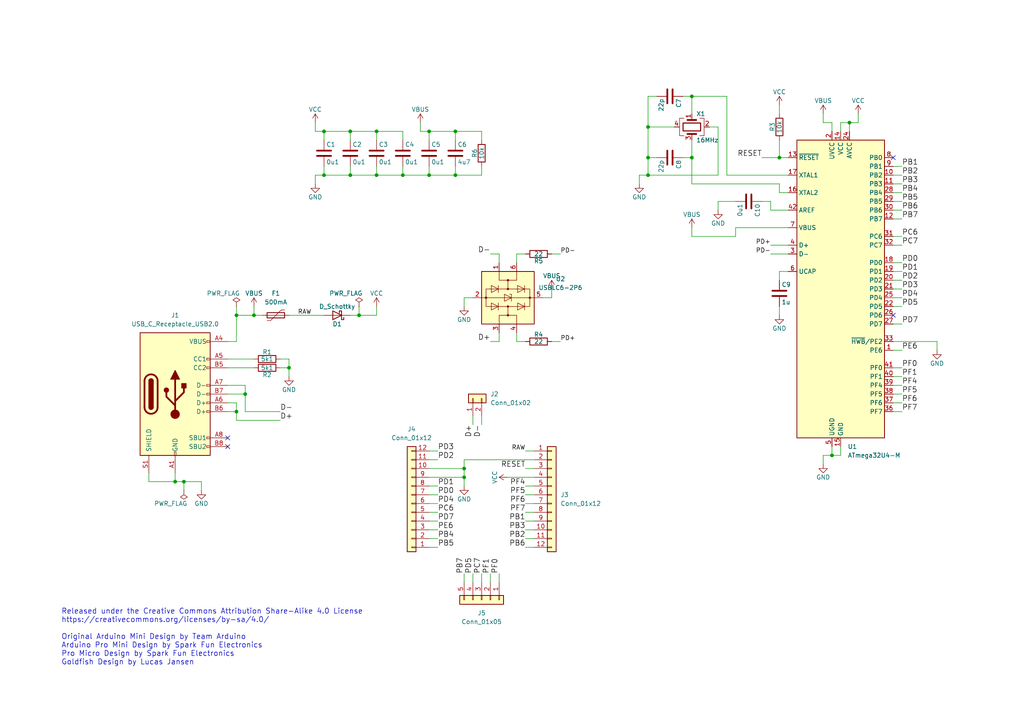
<source format=kicad_sch>
(kicad_sch (version 20211123) (generator eeschema)
  (paper "A4")
  (title_block (title "Goldfish v2") (date "2022-05-24") (rev "0"))
  (lib_symbols
    (symbol "Connector:USB_C_Receptacle_USB2.0" (pin_names (offset 1.016))
      (property "Reference" "J" (at -10.16 19.05 0))
      (property "Value" "USB_C_Receptacle_USB2.0" (at 19.05 19.05 0))
      (symbol "USB_C_Receptacle_USB2.0_0_0"
        (rectangle (start -0.254 -17.78) (end 0.254 -16.764))
        (rectangle (start 10.16 -14.986) (end 9.144 -15.494))
        (rectangle (start 10.16 -12.446) (end 9.144 -12.954))
        (rectangle (start 10.16 -4.826) (end 9.144 -5.334))
        (rectangle (start 10.16 -2.286) (end 9.144 -2.794))
        (rectangle (start 10.16 0.254) (end 9.144 -0.254))
        (rectangle (start 10.16 2.794) (end 9.144 2.286))
        (rectangle (start 10.16 7.874) (end 9.144 7.366))
        (rectangle (start 10.16 10.414) (end 9.144 9.906))
        (rectangle (start 10.16 15.494) (end 9.144 14.986))
      )
      (symbol "USB_C_Receptacle_USB2.0_0_1"
        (rectangle (start -10.16 17.78) (end 10.16 -17.78) (stroke (width 0.254)) (fill (type background)))
        (arc (start -8.89 -3.81) (mid -6.985 -5.715) (end -5.08 -3.81) (stroke (width 0.508)))
        (arc (start -7.62 -3.81) (mid -6.985 -4.445) (end -6.35 -3.81) (stroke (width 0.254)))
        (arc (start -7.62 -3.81) (mid -6.985 -4.445) (end -6.35 -3.81) (stroke (width 0.254)) (fill (type outline)))
        (rectangle (start -7.62 -3.81) (end -6.35 3.81) (stroke (width 0.254)) (fill (type outline)))
        (arc (start -6.35 3.81) (mid -6.985 4.445) (end -7.62 3.81) (stroke (width 0.254)))
        (arc (start -6.35 3.81) (mid -6.985 4.445) (end -7.62 3.81) (stroke (width 0.254)) (fill (type outline)))
        (arc (start -5.08 3.81) (mid -6.985 5.715) (end -8.89 3.81) (stroke (width 0.508)))
        (circle (center -2.54 1.143) (radius 0.635) (stroke (width 0.254)) (fill (type outline)))
        (circle (center 0 -5.842) (radius 1.27) (fill (type outline)))
        (polyline (pts (xy -8.89 -3.81) (xy -8.89 3.81)) (stroke (width 0.508)))
        (polyline (pts (xy -5.08 3.81) (xy -5.08 -3.81)) (stroke (width 0.508)))
        (polyline (pts (xy 0 -5.842) (xy 0 4.318)) (stroke (width 0.508)))
        (polyline (pts (xy 0 -3.302) (xy -2.54 -0.762) (xy -2.54 0.508)) (stroke (width 0.508)))
        (polyline (pts (xy 0 -2.032) (xy 2.54 0.508) (xy 2.54 1.778)) (stroke (width 0.508)))
        (polyline (pts (xy -1.27 4.318) (xy 0 6.858) (xy 1.27 4.318) (xy -1.27 4.318)) (stroke (width 0.254)) (fill (type outline)))
        (rectangle (start 1.905 1.778) (end 3.175 3.048) (stroke (width 0.254)) (fill (type outline)))
      )
      (symbol "USB_C_Receptacle_USB2.0_1_1"
        (pin passive line (at 0 -22.86 90) (length 5.08) (name "GND") (number "A1"))
        (pin passive line (at 0 -22.86 90) (length 5.08) hide (name "GND") (number "A12"))
        (pin passive line (at 15.24 15.24 180) (length 5.08) (name "VBUS") (number "A4"))
        (pin bidirectional line (at 15.24 10.16 180) (length 5.08) (name "CC1") (number "A5"))
        (pin bidirectional line (at 15.24 -2.54 180) (length 5.08) (name "D+") (number "A6"))
        (pin bidirectional line (at 15.24 2.54 180) (length 5.08) (name "D-") (number "A7"))
        (pin bidirectional line (at 15.24 -12.7 180) (length 5.08) (name "SBU1") (number "A8"))
        (pin passive line (at 15.24 15.24 180) (length 5.08) hide (name "VBUS") (number "A9"))
        (pin passive line (at 0 -22.86 90) (length 5.08) hide (name "GND") (number "B1"))
        (pin passive line (at 0 -22.86 90) (length 5.08) hide (name "GND") (number "B12"))
        (pin passive line (at 15.24 15.24 180) (length 5.08) hide (name "VBUS") (number "B4"))
        (pin bidirectional line (at 15.24 7.62 180) (length 5.08) (name "CC2") (number "B5"))
        (pin bidirectional line (at 15.24 -5.08 180) (length 5.08) (name "D+") (number "B6"))
        (pin bidirectional line (at 15.24 0 180) (length 5.08) (name "D-") (number "B7"))
        (pin bidirectional line (at 15.24 -15.24 180) (length 5.08) (name "SBU2") (number "B8"))
        (pin passive line (at 15.24 15.24 180) (length 5.08) hide (name "VBUS") (number "B9"))
        (pin passive line (at -7.62 -22.86 90) (length 5.08) (name "SHIELD") (number "S1"))
      )
    )
    (symbol "Connector_Generic:Conn_01x02" (pin_names (offset 1.016) hide)
      (property "Reference" "J" (at 0 2.54 0))
      (property "Value" "Conn_01x02" (at 0 -5.08 0))
      (symbol "Conn_01x02_1_1"
        (rectangle (start -1.27 -2.413) (end 0 -2.667) (stroke (width 0.1524)))
        (rectangle (start -1.27 0.127) (end 0 -0.127) (stroke (width 0.1524)))
        (rectangle (start -1.27 1.27) (end 1.27 -3.81) (stroke (width 0.254)) (fill (type background)))
        (pin passive line (at -5.08 0 0) (length 3.81) (name "Pin_1") (number "1"))
        (pin passive line (at -5.08 -2.54 0) (length 3.81) (name "Pin_2") (number "2"))
      )
    )
    (symbol "Connector_Generic:Conn_01x05" (pin_names (offset 1.016) hide)
      (property "Reference" "J" (at 0 7.62 0))
      (property "Value" "Conn_01x05" (at 0 -7.62 0))
      (symbol "Conn_01x05_1_1"
        (rectangle (start -1.27 -4.953) (end 0 -5.207) (stroke (width 0.1524)))
        (rectangle (start -1.27 -2.413) (end 0 -2.667) (stroke (width 0.1524)))
        (rectangle (start -1.27 0.127) (end 0 -0.127) (stroke (width 0.1524)))
        (rectangle (start -1.27 2.667) (end 0 2.413) (stroke (width 0.1524)))
        (rectangle (start -1.27 5.207) (end 0 4.953) (stroke (width 0.1524)))
        (rectangle (start -1.27 6.35) (end 1.27 -6.35) (stroke (width 0.254)) (fill (type background)))
        (pin passive line (at -5.08 5.08 0) (length 3.81) (name "Pin_1") (number "1"))
        (pin passive line (at -5.08 2.54 0) (length 3.81) (name "Pin_2") (number "2"))
        (pin passive line (at -5.08 0 0) (length 3.81) (name "Pin_3") (number "3"))
        (pin passive line (at -5.08 -2.54 0) (length 3.81) (name "Pin_4") (number "4"))
        (pin passive line (at -5.08 -5.08 0) (length 3.81) (name "Pin_5") (number "5"))
      )
    )
    (symbol "Connector_Generic:Conn_01x12" (pin_names (offset 1.016) hide)
      (property "Reference" "J" (at 0 15.24 0))
      (property "Value" "Conn_01x12" (at 0 -17.78 0))
      (symbol "Conn_01x12_1_1"
        (rectangle (start -1.27 -15.113) (end 0 -15.367) (stroke (width 0.1524)))
        (rectangle (start -1.27 -12.573) (end 0 -12.827) (stroke (width 0.1524)))
        (rectangle (start -1.27 -10.033) (end 0 -10.287) (stroke (width 0.1524)))
        (rectangle (start -1.27 -7.493) (end 0 -7.747) (stroke (width 0.1524)))
        (rectangle (start -1.27 -4.953) (end 0 -5.207) (stroke (width 0.1524)))
        (rectangle (start -1.27 -2.413) (end 0 -2.667) (stroke (width 0.1524)))
        (rectangle (start -1.27 0.127) (end 0 -0.127) (stroke (width 0.1524)))
        (rectangle (start -1.27 2.667) (end 0 2.413) (stroke (width 0.1524)))
        (rectangle (start -1.27 5.207) (end 0 4.953) (stroke (width 0.1524)))
        (rectangle (start -1.27 7.747) (end 0 7.493) (stroke (width 0.1524)))
        (rectangle (start -1.27 10.287) (end 0 10.033) (stroke (width 0.1524)))
        (rectangle (start -1.27 12.827) (end 0 12.573) (stroke (width 0.1524)))
        (rectangle (start -1.27 13.97) (end 1.27 -16.51) (stroke (width 0.254)) (fill (type background)))
        (pin passive line (at -5.08 12.7 0) (length 3.81) (name "Pin_1") (number "1"))
        (pin passive line (at -5.08 -10.16 0) (length 3.81) (name "Pin_10") (number "10"))
        (pin passive line (at -5.08 -12.7 0) (length 3.81) (name "Pin_11") (number "11"))
        (pin passive line (at -5.08 -15.24 0) (length 3.81) (name "Pin_12") (number "12"))
        (pin passive line (at -5.08 10.16 0) (length 3.81) (name "Pin_2") (number "2"))
        (pin passive line (at -5.08 7.62 0) (length 3.81) (name "Pin_3") (number "3"))
        (pin passive line (at -5.08 5.08 0) (length 3.81) (name "Pin_4") (number "4"))
        (pin passive line (at -5.08 2.54 0) (length 3.81) (name "Pin_5") (number "5"))
        (pin passive line (at -5.08 0 0) (length 3.81) (name "Pin_6") (number "6"))
        (pin passive line (at -5.08 -2.54 0) (length 3.81) (name "Pin_7") (number "7"))
        (pin passive line (at -5.08 -5.08 0) (length 3.81) (name "Pin_8") (number "8"))
        (pin passive line (at -5.08 -7.62 0) (length 3.81) (name "Pin_9") (number "9"))
      )
    )
    (symbol "Device:C" (pin_numbers hide) (pin_names (offset 0.254))
      (property "Reference" "C" (at 0.635 2.54 0))
      (property "Value" "C" (at 0.635 -2.54 0))
      (symbol "C_0_1"
        (polyline (pts (xy -2.032 -0.762) (xy 2.032 -0.762)) (stroke (width 0.508)))
        (polyline (pts (xy -2.032 0.762) (xy 2.032 0.762)) (stroke (width 0.508)))
      )
      (symbol "C_1_1"
        (pin passive line (at 0 3.81 270) (length 2.794) (name "~") (number "1"))
        (pin passive line (at 0 -3.81 90) (length 2.794) (name "~") (number "2"))
      )
    )
    (symbol "Device:Crystal_GND24" (pin_names (offset 1.016) hide)
      (property "Reference" "Y" (at 3.175 5.08 0))
      (property "Value" "Crystal_GND24" (at 3.175 3.175 0))
      (symbol "Crystal_GND24_0_1"
        (rectangle (start -1.143 2.54) (end 1.143 -2.54) (stroke (width 0.3048)))
        (polyline (pts (xy -2.54 0) (xy -2.032 0)))
        (polyline (pts (xy -2.032 -1.27) (xy -2.032 1.27)) (stroke (width 0.508)))
        (polyline (pts (xy 0 -3.81) (xy 0 -3.556)))
        (polyline (pts (xy 0 3.556) (xy 0 3.81)))
        (polyline (pts (xy 2.032 -1.27) (xy 2.032 1.27)) (stroke (width 0.508)))
        (polyline (pts (xy 2.032 0) (xy 2.54 0)))
        (polyline (pts (xy -2.54 -2.286) (xy -2.54 -3.556) (xy 2.54 -3.556) (xy 2.54 -2.286)))
        (polyline (pts (xy -2.54 2.286) (xy -2.54 3.556) (xy 2.54 3.556) (xy 2.54 2.286)))
      )
      (symbol "Crystal_GND24_1_1"
        (pin passive line (at -3.81 0 0) (length 1.27) (name "1") (number "1"))
        (pin passive line (at 0 5.08 270) (length 1.27) (name "2") (number "2"))
        (pin passive line (at 3.81 0 180) (length 1.27) (name "3") (number "3"))
        (pin passive line (at 0 -5.08 90) (length 1.27) (name "4") (number "4"))
      )
    )
    (symbol "Device:D_Schottky" (pin_numbers hide) (pin_names (offset 1.016) hide)
      (property "Reference" "D" (at 0 2.54 0))
      (property "Value" "D_Schottky" (at 0 -2.54 0))
      (symbol "D_Schottky_0_1"
        (polyline (pts (xy 1.27 0) (xy -1.27 0)))
        (polyline (pts (xy 1.27 1.27) (xy 1.27 -1.27) (xy -1.27 0) (xy 1.27 1.27)) (stroke (width 0.254)))
        (polyline (pts (xy -1.905 0.635) (xy -1.905 1.27) (xy -1.27 1.27) (xy -1.27 -1.27) (xy -0.635 -1.27) (xy -0.635 -0.635)) (stroke (width 0.254)))
      )
      (symbol "D_Schottky_1_1"
        (pin passive line (at -3.81 0 0) (length 2.54) (name "K") (number "1"))
        (pin passive line (at 3.81 0 180) (length 2.54) (name "A") (number "2"))
      )
    )
    (symbol "Device:Polyfuse" (pin_numbers hide) (pin_names (offset 0))
      (property "Reference" "F" (at -2.54 0 90))
      (property "Value" "Polyfuse" (at 2.54 0 90))
      (symbol "Polyfuse_0_1"
        (rectangle (start -0.762 2.54) (end 0.762 -2.54) (stroke (width 0.254)))
        (polyline (pts (xy 0 2.54) (xy 0 -2.54)))
        (polyline (pts (xy -1.524 2.54) (xy -1.524 1.524) (xy 1.524 -1.524) (xy 1.524 -2.54)))
      )
      (symbol "Polyfuse_1_1"
        (pin passive line (at 0 3.81 270) (length 1.27) (name "~") (number "1"))
        (pin passive line (at 0 -3.81 90) (length 1.27) (name "~") (number "2"))
      )
    )
    (symbol "Device:R" (pin_numbers hide) (pin_names (offset 0))
      (property "Reference" "R" (at 2.032 0 90))
      (property "Value" "R" (at 0 0 90))
      (symbol "R_0_1"
        (rectangle (start -1.016 -2.54) (end 1.016 2.54) (stroke (width 0.254)))
      )
      (symbol "R_1_1"
        (pin passive line (at 0 3.81 270) (length 1.27) (name "~") (number "1"))
        (pin passive line (at 0 -3.81 90) (length 1.27) (name "~") (number "2"))
      )
    )
    (symbol "MCU_Microchip_ATmega:ATmega32U4-M"
      (property "Reference" "U" (at -12.7 44.45 0))
      (property "Value" "ATmega32U4-M" (at 2.54 -44.45 0))
      (symbol "ATmega32U4-M_0_1"
        (rectangle (start -12.7 -43.18) (end 12.7 43.18) (stroke (width 0.254)) (fill (type background)))
      )
      (symbol "ATmega32U4-M_1_1"
        (pin bidirectional line (at 15.24 -17.78 180) (length 2.54) (name "PE6") (number "1"))
        (pin bidirectional line (at 15.24 33.02 180) (length 2.54) (name "PB2") (number "10"))
        (pin bidirectional line (at 15.24 30.48 180) (length 2.54) (name "PB3") (number "11"))
        (pin bidirectional line (at 15.24 20.32 180) (length 2.54) (name "PB7") (number "12"))
        (pin input line (at -15.24 38.1 0) (length 2.54) (name "~{RESET}") (number "13"))
        (pin power_in line (at 0 45.72 270) (length 2.54) (name "VCC") (number "14"))
        (pin power_in line (at 0 -45.72 90) (length 2.54) (name "GND") (number "15"))
        (pin output line (at -15.24 27.94 0) (length 2.54) (name "XTAL2") (number "16"))
        (pin input line (at -15.24 33.02 0) (length 2.54) (name "XTAL1") (number "17"))
        (pin bidirectional line (at 15.24 7.62 180) (length 2.54) (name "PD0") (number "18"))
        (pin bidirectional line (at 15.24 5.08 180) (length 2.54) (name "PD1") (number "19"))
        (pin power_in line (at -2.54 45.72 270) (length 2.54) (name "UVCC") (number "2"))
        (pin bidirectional line (at 15.24 2.54 180) (length 2.54) (name "PD2") (number "20"))
        (pin bidirectional line (at 15.24 0 180) (length 2.54) (name "PD3") (number "21"))
        (pin bidirectional line (at 15.24 -5.08 180) (length 2.54) (name "PD5") (number "22"))
        (pin passive line (at 0 -45.72 90) (length 2.54) hide (name "GND") (number "23"))
        (pin power_in line (at 2.54 45.72 270) (length 2.54) (name "AVCC") (number "24"))
        (pin bidirectional line (at 15.24 -2.54 180) (length 2.54) (name "PD4") (number "25"))
        (pin bidirectional line (at 15.24 -7.62 180) (length 2.54) (name "PD6") (number "26"))
        (pin bidirectional line (at 15.24 -10.16 180) (length 2.54) (name "PD7") (number "27"))
        (pin bidirectional line (at 15.24 27.94 180) (length 2.54) (name "PB4") (number "28"))
        (pin bidirectional line (at 15.24 25.4 180) (length 2.54) (name "PB5") (number "29"))
        (pin bidirectional line (at -15.24 10.16 0) (length 2.54) (name "D-") (number "3"))
        (pin bidirectional line (at 15.24 22.86 180) (length 2.54) (name "PB6") (number "30"))
        (pin bidirectional line (at 15.24 15.24 180) (length 2.54) (name "PC6") (number "31"))
        (pin bidirectional line (at 15.24 12.7 180) (length 2.54) (name "PC7") (number "32"))
        (pin bidirectional line (at 15.24 -15.24 180) (length 2.54) (name "~{HWB}/PE2") (number "33"))
        (pin passive line (at 0 45.72 270) (length 2.54) hide (name "VCC") (number "34"))
        (pin passive line (at 0 -45.72 90) (length 2.54) hide (name "GND") (number "35"))
        (pin bidirectional line (at 15.24 -35.56 180) (length 2.54) (name "PF7") (number "36"))
        (pin bidirectional line (at 15.24 -33.02 180) (length 2.54) (name "PF6") (number "37"))
        (pin bidirectional line (at 15.24 -30.48 180) (length 2.54) (name "PF5") (number "38"))
        (pin bidirectional line (at 15.24 -27.94 180) (length 2.54) (name "PF4") (number "39"))
        (pin bidirectional line (at -15.24 12.7 0) (length 2.54) (name "D+") (number "4"))
        (pin bidirectional line (at 15.24 -25.4 180) (length 2.54) (name "PF1") (number "40"))
        (pin bidirectional line (at 15.24 -22.86 180) (length 2.54) (name "PF0") (number "41"))
        (pin passive line (at -15.24 22.86 0) (length 2.54) (name "AREF") (number "42"))
        (pin passive line (at 0 -45.72 90) (length 2.54) hide (name "GND") (number "43"))
        (pin passive line (at 2.54 45.72 270) (length 2.54) hide (name "AVCC") (number "44"))
        (pin passive line (at 0 -45.72 90) (length 2.54) hide (name "GND") (number "45"))
        (pin passive line (at -2.54 -45.72 90) (length 2.54) (name "UGND") (number "5"))
        (pin passive line (at -15.24 5.08 0) (length 2.54) (name "UCAP") (number "6"))
        (pin input line (at -15.24 17.78 0) (length 2.54) (name "VBUS") (number "7"))
        (pin bidirectional line (at 15.24 38.1 180) (length 2.54) (name "PB0") (number "8"))
        (pin bidirectional line (at 15.24 35.56 180) (length 2.54) (name "PB1") (number "9"))
      )
    )
    (symbol "Power_Protection:USBLC6-2P6" (pin_names hide)
      (property "Reference" "U" (at 2.54 8.89 0))
      (property "Value" "USBLC6-2P6" (at 2.54 -8.89 0))
      (symbol "USBLC6-2P6_0_1"
        (rectangle (start -7.62 -7.62) (end 7.62 7.62) (stroke (width 0.254)) (fill (type background)))
        (circle (center -5.08 0) (radius 0.254) (fill (type outline)))
        (circle (center -2.54 0) (radius 0.254) (fill (type outline)))
        (rectangle (start -2.54 6.35) (end 2.54 -6.35))
        (circle (center 0 -6.35) (radius 0.254) (fill (type outline)))
        (polyline (pts (xy -5.08 -2.54) (xy -7.62 -2.54)))
        (polyline (pts (xy -5.08 0) (xy -5.08 -2.54)))
        (polyline (pts (xy -5.08 2.54) (xy -7.62 2.54)))
        (polyline (pts (xy -1.524 -2.794) (xy -3.556 -2.794)))
        (polyline (pts (xy -1.524 4.826) (xy -3.556 4.826)))
        (polyline (pts (xy 0 -7.62) (xy 0 -6.35)))
        (polyline (pts (xy 0 -6.35) (xy 0 1.27)))
        (polyline (pts (xy 0 1.27) (xy 0 6.35)))
        (polyline (pts (xy 0 6.35) (xy 0 7.62)))
        (polyline (pts (xy 1.524 -2.794) (xy 3.556 -2.794)))
        (polyline (pts (xy 1.524 4.826) (xy 3.556 4.826)))
        (polyline (pts (xy 5.08 -2.54) (xy 7.62 -2.54)))
        (polyline (pts (xy 5.08 0) (xy 5.08 -2.54)))
        (polyline (pts (xy 5.08 2.54) (xy 7.62 2.54)))
        (polyline (pts (xy -2.54 0) (xy -5.08 0) (xy -5.08 2.54)))
        (polyline (pts (xy 2.54 0) (xy 5.08 0) (xy 5.08 2.54)))
        (polyline (pts (xy -3.556 -4.826) (xy -1.524 -4.826) (xy -2.54 -2.794) (xy -3.556 -4.826)))
        (polyline (pts (xy -3.556 2.794) (xy -1.524 2.794) (xy -2.54 4.826) (xy -3.556 2.794)))
        (polyline (pts (xy -1.016 -1.016) (xy 1.016 -1.016) (xy 0 1.016) (xy -1.016 -1.016)))
        (polyline (pts (xy 1.016 1.016) (xy 0.762 1.016) (xy -1.016 1.016) (xy -1.016 0.508)))
        (polyline (pts (xy 3.556 -4.826) (xy 1.524 -4.826) (xy 2.54 -2.794) (xy 3.556 -4.826)))
        (polyline (pts (xy 3.556 2.794) (xy 1.524 2.794) (xy 2.54 4.826) (xy 3.556 2.794)))
        (circle (center 0 6.35) (radius 0.254) (fill (type outline)))
        (circle (center 2.54 0) (radius 0.254) (fill (type outline)))
        (circle (center 5.08 0) (radius 0.254) (fill (type outline)))
      )
      (symbol "USBLC6-2P6_1_1"
        (pin passive line (at -10.16 -2.54 0) (length 2.54) (name "I/O1") (number "1"))
        (pin passive line (at 0 -10.16 90) (length 2.54) (name "GND") (number "2"))
        (pin passive line (at 10.16 -2.54 180) (length 2.54) (name "I/O2") (number "3"))
        (pin passive line (at 10.16 2.54 180) (length 2.54) (name "I/O2") (number "4"))
        (pin passive line (at 0 10.16 270) (length 2.54) (name "VBUS") (number "5"))
        (pin passive line (at -10.16 2.54 0) (length 2.54) (name "I/O1") (number "6"))
      )
    )
    (symbol "power:GND" (power) (pin_names (offset 0))
      (property "Value" "GND" (at 0 -3.81 0))
      (symbol "GND_0_1"
        (polyline (pts (xy 0 0) (xy 0 -1.27) (xy 1.27 -1.27) (xy 0 -2.54) (xy -1.27 -1.27) (xy 0 -1.27)))
      )
      (symbol "GND_1_1"
        (pin power_in line (at 0 0 270) (length 0) hide (name "GND") (number "1"))
      )
    )
    (symbol "power:PWR_FLAG" (power) (pin_numbers hide) (pin_names (offset 0) hide)
      (property "Value" "PWR_FLAG" (at 0 3.81 0))
      (symbol "PWR_FLAG_0_0"
        (pin power_out line (at 0 0 90) (length 0) (name "pwr") (number "1"))
      )
      (symbol "PWR_FLAG_0_1"
        (polyline (pts (xy 0 0) (xy 0 1.27) (xy -1.016 1.905) (xy 0 2.54) (xy 1.016 1.905) (xy 0 1.27)))
      )
    )
    (symbol "power:VBUS" (power) (pin_names (offset 0))
      (property "Value" "VBUS" (at 0 3.81 0))
      (symbol "VBUS_0_1"
        (polyline (pts (xy -0.762 1.27) (xy 0 2.54)))
        (polyline (pts (xy 0 0) (xy 0 2.54)))
        (polyline (pts (xy 0 2.54) (xy 0.762 1.27)))
      )
      (symbol "VBUS_1_1"
        (pin power_in line (at 0 0 90) (length 0) hide (name "VBUS") (number "1"))
      )
    )
    (symbol "power:VCC" (power) (pin_names (offset 0))
      (property "Value" "VCC" (at 0 3.81 0))
      (symbol "VCC_0_1"
        (polyline (pts (xy -0.762 1.27) (xy 0 2.54)))
        (polyline (pts (xy 0 0) (xy 0 2.54)))
        (polyline (pts (xy 0 2.54) (xy 0.762 1.27)))
      )
      (symbol "VCC_1_1"
        (pin power_in line (at 0 0 90) (length 0) hide (name "VCC") (number "1"))
      )
    )
  )
  (junction (at 101.6 38.1))
  (junction (at 134.62 135.89))
  (junction (at 187.96 45.72))
  (junction (at 246.38 35.56))
  (junction (at 68.58 91.44))
  (junction (at 109.22 38.1))
  (junction (at 53.34 139.7))
  (junction (at 109.22 50.8))
  (junction (at 104.14 91.44))
  (junction (at 200.66 45.72))
  (junction (at 73.66 91.44))
  (junction (at 132.08 38.1))
  (junction (at 83.82 106.68))
  (junction (at 241.3 132.08))
  (junction (at 71.12 114.3))
  (junction (at 134.62 138.43))
  (junction (at 93.98 50.8))
  (junction (at 68.58 119.38))
  (junction (at 132.08 50.8))
  (junction (at 124.46 38.1))
  (junction (at 200.66 27.94))
  (junction (at 187.96 36.83))
  (junction (at 226.06 45.72))
  (junction (at 50.8 139.7))
  (junction (at 187.96 50.8))
  (junction (at 101.6 50.8))
  (junction (at 124.46 50.8))
  (junction (at 93.98 38.1))
  (junction (at 116.84 50.8))
  (no_connect (at 259.08 45.72))
  (no_connect (at 66.04 127))
  (no_connect (at 259.08 91.44))
  (no_connect (at 66.04 129.54))
  (wire (pts (xy 139.7 40.64) (xy 139.7 38.1)))
  (wire (pts (xy 139.7 166.37) (xy 139.7 168.91)))
  (wire (pts (xy 243.84 35.56) (xy 243.84 38.1)))
  (wire (pts (xy 124.46 50.8) (xy 132.08 50.8)))
  (wire (pts (xy 139.7 50.8) (xy 132.08 50.8)))
  (wire (pts (xy 259.08 55.88) (xy 261.62 55.88)))
  (wire (pts (xy 238.76 134.62) (xy 238.76 132.08)))
  (wire (pts (xy 187.96 50.8) (xy 208.28 50.8)))
  (wire (pts (xy 152.4 151.13) (xy 154.94 151.13)))
  (wire (pts (xy 73.66 91.44) (xy 76.2 91.44)))
  (wire (pts (xy 81.28 106.68) (xy 83.82 106.68)))
  (wire (pts (xy 71.12 114.3) (xy 66.04 114.3)))
  (wire (pts (xy 101.6 50.8) (xy 101.6 48.26)))
  (wire (pts (xy 187.96 45.72) (xy 190.5 45.72)))
  (wire (pts (xy 226.06 33.02) (xy 226.06 30.48)))
  (wire (pts (xy 144.78 166.37) (xy 144.78 168.91)))
  (wire (pts (xy 259.08 78.74) (xy 261.62 78.74)))
  (wire (pts (xy 200.66 45.72) (xy 200.66 53.34)))
  (wire (pts (xy 134.62 133.35) (xy 134.62 135.89)))
  (wire (pts (xy 109.22 38.1) (xy 109.22 40.64)))
  (wire (pts (xy 226.06 55.88) (xy 228.6 55.88)))
  (wire (pts (xy 226.06 88.9) (xy 226.06 91.44)))
  (wire (pts (xy 259.08 50.8) (xy 261.62 50.8)))
  (wire (pts (xy 208.28 50.8) (xy 208.28 36.83)))
  (wire (pts (xy 124.46 158.75) (xy 127 158.75)))
  (wire (pts (xy 68.58 99.06) (xy 66.04 99.06)))
  (wire (pts (xy 71.12 119.38) (xy 81.28 119.38)))
  (wire (pts (xy 66.04 111.76) (xy 71.12 111.76)))
  (wire (pts (xy 149.86 76.2) (xy 149.86 73.66)))
  (wire (pts (xy 241.3 38.1) (xy 241.3 35.56)))
  (wire (pts (xy 200.66 66.04) (xy 200.66 68.58)))
  (wire (pts (xy 185.42 50.8) (xy 187.96 50.8)))
  (wire (pts (xy 259.08 106.68) (xy 261.62 106.68)))
  (wire (pts (xy 208.28 58.42) (xy 208.28 60.96)))
  (wire (pts (xy 134.62 168.91) (xy 134.62 166.37)))
  (wire (pts (xy 198.12 45.72) (xy 200.66 45.72)))
  (wire (pts (xy 259.08 53.34) (xy 261.62 53.34)))
  (wire (pts (xy 124.46 156.21) (xy 127 156.21)))
  (wire (pts (xy 68.58 116.84) (xy 68.58 119.38)))
  (wire (pts (xy 50.8 139.7) (xy 50.8 137.16)))
  (wire (pts (xy 66.04 119.38) (xy 68.58 119.38)))
  (wire (pts (xy 43.18 137.16) (xy 43.18 139.7)))
  (wire (pts (xy 139.7 120.65) (xy 139.7 123.19)))
  (wire (pts (xy 241.3 132.08) (xy 243.84 132.08)))
  (wire (pts (xy 259.08 58.42) (xy 261.62 58.42)))
  (wire (pts (xy 116.84 50.8) (xy 124.46 50.8)))
  (wire (pts (xy 83.82 104.14) (xy 81.28 104.14)))
  (wire (pts (xy 226.06 45.72) (xy 228.6 45.72)))
  (wire (pts (xy 71.12 114.3) (xy 71.12 119.38)))
  (wire (pts (xy 71.12 111.76) (xy 71.12 114.3)))
  (wire (pts (xy 109.22 50.8) (xy 109.22 48.26)))
  (wire (pts (xy 271.78 99.06) (xy 271.78 101.6)))
  (wire (pts (xy 68.58 121.92) (xy 81.28 121.92)))
  (wire (pts (xy 259.08 111.76) (xy 261.62 111.76)))
  (wire (pts (xy 208.28 58.42) (xy 213.36 58.42)))
  (wire (pts (xy 246.38 35.56) (xy 246.38 38.1)))
  (wire (pts (xy 259.08 71.12) (xy 261.62 71.12)))
  (wire (pts (xy 238.76 35.56) (xy 238.76 33.02)))
  (wire (pts (xy 243.84 132.08) (xy 243.84 129.54)))
  (wire (pts (xy 152.4 158.75) (xy 154.94 158.75)))
  (wire (pts (xy 142.24 73.66) (xy 144.78 73.66)))
  (wire (pts (xy 68.58 119.38) (xy 68.58 121.92)))
  (wire (pts (xy 259.08 68.58) (xy 261.62 68.58)))
  (wire (pts (xy 93.98 48.26) (xy 93.98 50.8)))
  (wire (pts (xy 50.8 139.7) (xy 53.34 139.7)))
  (wire (pts (xy 210.82 27.94) (xy 200.66 27.94)))
  (wire (pts (xy 124.46 40.64) (xy 124.46 38.1)))
  (wire (pts (xy 152.4 140.97) (xy 154.94 140.97)))
  (wire (pts (xy 124.46 143.51) (xy 127 143.51)))
  (wire (pts (xy 259.08 101.6) (xy 261.62 101.6)))
  (wire (pts (xy 241.3 132.08) (xy 241.3 129.54)))
  (wire (pts (xy 91.44 50.8) (xy 93.98 50.8)))
  (wire (pts (xy 101.6 38.1) (xy 101.6 40.64)))
  (wire (pts (xy 195.58 36.83) (xy 187.96 36.83)))
  (wire (pts (xy 66.04 106.68) (xy 73.66 106.68)))
  (wire (pts (xy 53.34 139.7) (xy 53.34 142.24)))
  (wire (pts (xy 83.82 104.14) (xy 83.82 106.68)))
  (wire (pts (xy 93.98 50.8) (xy 101.6 50.8)))
  (wire (pts (xy 259.08 116.84) (xy 261.62 116.84)))
  (wire (pts (xy 134.62 133.35) (xy 154.94 133.35)))
  (wire (pts (xy 200.66 27.94) (xy 200.66 33.02)))
  (wire (pts (xy 259.08 48.26) (xy 261.62 48.26)))
  (wire (pts (xy 238.76 132.08) (xy 241.3 132.08)))
  (wire (pts (xy 259.08 60.96) (xy 261.62 60.96)))
  (wire (pts (xy 137.16 168.91) (xy 137.16 166.37)))
  (wire (pts (xy 210.82 27.94) (xy 210.82 50.8)))
  (wire (pts (xy 160.02 83.82) (xy 160.02 86.36)))
  (wire (pts (xy 259.08 88.9) (xy 261.62 88.9)))
  (wire (pts (xy 259.08 76.2) (xy 261.62 76.2)))
  (wire (pts (xy 152.4 153.67) (xy 154.94 153.67)))
  (wire (pts (xy 144.78 99.06) (xy 144.78 96.52)))
  (wire (pts (xy 223.52 60.96) (xy 228.6 60.96)))
  (wire (pts (xy 116.84 50.8) (xy 116.84 48.26)))
  (wire (pts (xy 223.52 60.96) (xy 223.52 58.42)))
  (wire (pts (xy 109.22 38.1) (xy 116.84 38.1)))
  (wire (pts (xy 226.06 40.64) (xy 226.06 45.72)))
  (wire (pts (xy 228.6 71.12) (xy 223.52 71.12)))
  (wire (pts (xy 68.58 91.44) (xy 73.66 91.44)))
  (wire (pts (xy 200.66 40.64) (xy 200.66 45.72)))
  (wire (pts (xy 91.44 50.8) (xy 91.44 53.34)))
  (wire (pts (xy 139.7 38.1) (xy 132.08 38.1)))
  (wire (pts (xy 121.92 38.1) (xy 124.46 38.1)))
  (wire (pts (xy 228.6 66.04) (xy 213.36 66.04)))
  (wire (pts (xy 124.46 133.35) (xy 127 133.35)))
  (wire (pts (xy 149.86 73.66) (xy 152.4 73.66)))
  (wire (pts (xy 142.24 99.06) (xy 144.78 99.06)))
  (wire (pts (xy 187.96 27.94) (xy 187.96 36.83)))
  (wire (pts (xy 132.08 50.8) (xy 132.08 48.26)))
  (wire (pts (xy 144.78 73.66) (xy 144.78 76.2)))
  (wire (pts (xy 259.08 119.38) (xy 261.62 119.38)))
  (wire (pts (xy 58.42 139.7) (xy 58.42 142.24)))
  (wire (pts (xy 124.46 38.1) (xy 132.08 38.1)))
  (wire (pts (xy 124.46 151.13) (xy 127 151.13)))
  (wire (pts (xy 134.62 138.43) (xy 124.46 138.43)))
  (wire (pts (xy 104.14 88.9) (xy 104.14 91.44)))
  (wire (pts (xy 83.82 106.68) (xy 83.82 109.22)))
  (wire (pts (xy 124.46 153.67) (xy 127 153.67)))
  (wire (pts (xy 152.4 148.59) (xy 154.94 148.59)))
  (wire (pts (xy 259.08 93.98) (xy 261.62 93.98)))
  (wire (pts (xy 160.02 73.66) (xy 162.56 73.66)))
  (wire (pts (xy 124.46 146.05) (xy 127 146.05)))
  (wire (pts (xy 101.6 38.1) (xy 109.22 38.1)))
  (wire (pts (xy 187.96 45.72) (xy 187.96 50.8)))
  (wire (pts (xy 53.34 139.7) (xy 58.42 139.7)))
  (wire (pts (xy 68.58 91.44) (xy 68.58 99.06)))
  (wire (pts (xy 152.4 156.21) (xy 154.94 156.21)))
  (wire (pts (xy 93.98 38.1) (xy 93.98 40.64)))
  (wire (pts (xy 208.28 36.83) (xy 205.74 36.83)))
  (wire (pts (xy 137.16 120.65) (xy 137.16 123.19)))
  (wire (pts (xy 213.36 66.04) (xy 213.36 68.58)))
  (wire (pts (xy 134.62 135.89) (xy 134.62 138.43)))
  (wire (pts (xy 243.84 35.56) (xy 246.38 35.56)))
  (wire (pts (xy 124.46 135.89) (xy 134.62 135.89)))
  (wire (pts (xy 190.5 27.94) (xy 187.96 27.94)))
  (wire (pts (xy 259.08 83.82) (xy 261.62 83.82)))
  (wire (pts (xy 124.46 50.8) (xy 124.46 48.26)))
  (wire (pts (xy 246.38 35.56) (xy 248.92 35.56)))
  (wire (pts (xy 226.06 78.74) (xy 228.6 78.74)))
  (wire (pts (xy 91.44 38.1) (xy 93.98 38.1)))
  (wire (pts (xy 121.92 38.1) (xy 121.92 35.56)))
  (wire (pts (xy 104.14 91.44) (xy 109.22 91.44)))
  (wire (pts (xy 228.6 73.66) (xy 223.52 73.66)))
  (wire (pts (xy 259.08 99.06) (xy 271.78 99.06)))
  (wire (pts (xy 152.4 135.89) (xy 154.94 135.89)))
  (wire (pts (xy 259.08 63.5) (xy 261.62 63.5)))
  (wire (pts (xy 152.4 143.51) (xy 154.94 143.51)))
  (wire (pts (xy 101.6 91.44) (xy 104.14 91.44)))
  (wire (pts (xy 187.96 36.83) (xy 187.96 45.72)))
  (wire (pts (xy 66.04 116.84) (xy 68.58 116.84)))
  (wire (pts (xy 73.66 91.44) (xy 73.66 88.9)))
  (wire (pts (xy 43.18 139.7) (xy 50.8 139.7)))
  (wire (pts (xy 149.86 99.06) (xy 152.4 99.06)))
  (wire (pts (xy 91.44 38.1) (xy 91.44 35.56)))
  (wire (pts (xy 152.4 130.81) (xy 154.94 130.81)))
  (wire (pts (xy 93.98 38.1) (xy 101.6 38.1)))
  (wire (pts (xy 185.42 50.8) (xy 185.42 53.34)))
  (wire (pts (xy 142.24 168.91) (xy 142.24 166.37)))
  (wire (pts (xy 259.08 109.22) (xy 261.62 109.22)))
  (wire (pts (xy 241.3 35.56) (xy 238.76 35.56)))
  (wire (pts (xy 157.48 86.36) (xy 160.02 86.36)))
  (wire (pts (xy 160.02 99.06) (xy 162.56 99.06)))
  (wire (pts (xy 134.62 86.36) (xy 134.62 88.9)))
  (wire (pts (xy 248.92 35.56) (xy 248.92 33.02)))
  (wire (pts (xy 124.46 148.59) (xy 127 148.59)))
  (wire (pts (xy 109.22 91.44) (xy 109.22 88.9)))
  (wire (pts (xy 66.04 104.14) (xy 73.66 104.14)))
  (wire (pts (xy 83.82 91.44) (xy 93.98 91.44)))
  (wire (pts (xy 259.08 81.28) (xy 261.62 81.28)))
  (wire (pts (xy 220.98 45.72) (xy 226.06 45.72)))
  (wire (pts (xy 147.32 138.43) (xy 154.94 138.43)))
  (wire (pts (xy 223.52 58.42) (xy 220.98 58.42)))
  (wire (pts (xy 68.58 88.9) (xy 68.58 91.44)))
  (wire (pts (xy 198.12 27.94) (xy 200.66 27.94)))
  (wire (pts (xy 226.06 78.74) (xy 226.06 81.28)))
  (wire (pts (xy 139.7 48.26) (xy 139.7 50.8)))
  (wire (pts (xy 116.84 38.1) (xy 116.84 40.64)))
  (wire (pts (xy 149.86 96.52) (xy 149.86 99.06)))
  (wire (pts (xy 109.22 50.8) (xy 116.84 50.8)))
  (wire (pts (xy 134.62 138.43) (xy 134.62 140.97)))
  (wire (pts (xy 226.06 53.34) (xy 226.06 55.88)))
  (wire (pts (xy 137.16 86.36) (xy 134.62 86.36)))
  (wire (pts (xy 259.08 114.3) (xy 261.62 114.3)))
  (wire (pts (xy 124.46 130.81) (xy 127 130.81)))
  (wire (pts (xy 200.66 53.34) (xy 226.06 53.34)))
  (wire (pts (xy 152.4 146.05) (xy 154.94 146.05)))
  (wire (pts (xy 124.46 140.97) (xy 127 140.97)))
  (wire (pts (xy 213.36 68.58) (xy 200.66 68.58)))
  (wire (pts (xy 210.82 50.8) (xy 228.6 50.8)))
  (wire (pts (xy 101.6 50.8) (xy 109.22 50.8)))
  (wire (pts (xy 259.08 86.36) (xy 261.62 86.36)))
  (wire (pts (xy 132.08 38.1) (xy 132.08 40.64)))
  (text "Released under the Creative Commons Attribution Share-Alike 4.0 License\nhttps://creativecommons.org/licenses/by-sa/4.0/\n\nOriginal Arduino Mini Design by Team Arduino\nArduino Pro Mini Design by Spark Fun Electronics\nPro Micro Design by Spark Fun Electronics\nGoldfish Design by Lucas Jansen" (at 17.78 193.04 0) (effects (font (size 1.524 1.524)) (justify left bottom)))
  (label "PB1" (at 152.4 151.13 180) (effects (font (size 1.524 1.524))))
  (label "PC7" (at 261.62 71.12 0) (effects (font (size 1.524 1.524))))
  (label "RAW" (at 152.4 130.81 180))
  (label "PB4" (at 127 156.21 0) (effects (font (size 1.524 1.524))))
  (label "PD5" (at 137.16 166.37 90) (effects (font (size 1.524 1.524))))
  (label "PD7" (at 261.62 93.98 0) (effects (font (size 1.524 1.524))))
  (label "PB3" (at 152.4 153.67 180) (effects (font (size 1.524 1.524))))
  (label "PD4" (at 261.62 86.36 0) (effects (font (size 1.524 1.524))))
  (label "D-" (at 142.24 73.66 180) (effects (font (size 1.524 1.524))))
  (label "PB6" (at 152.4 158.75 180) (effects (font (size 1.524 1.524))))
  (label "PB1" (at 261.62 48.26 0) (effects (font (size 1.524 1.524))))
  (label "PC7" (at 139.7 166.37 90) (effects (font (size 1.524 1.524))))
  (label "PB4" (at 261.62 55.88 0) (effects (font (size 1.524 1.524))))
  (label "PD+" (at 223.52 71.12 180))
  (label "PD5" (at 261.62 88.9 0) (effects (font (size 1.524 1.524))))
  (label "PB5" (at 127 158.75 0) (effects (font (size 1.524 1.524))))
  (label "PF7" (at 261.62 119.38 0) (effects (font (size 1.524 1.524))))
  (label "PD0" (at 127 143.51 0) (effects (font (size 1.524 1.524))))
  (label "PF5" (at 152.4 143.51 180) (effects (font (size 1.524 1.524))))
  (label "RESET" (at 152.4 135.89 180) (effects (font (size 1.524 1.524))))
  (label "PD3" (at 261.62 83.82 0) (effects (font (size 1.524 1.524))))
  (label "PF0" (at 144.78 166.37 90) (effects (font (size 1.524 1.524))))
  (label "PD3" (at 127 130.81 0) (effects (font (size 1.524 1.524))))
  (label "PF0" (at 261.62 106.68 0) (effects (font (size 1.524 1.524))))
  (label "D-" (at 139.7 123.19 270) (effects (font (size 1.524 1.524))))
  (label "PC6" (at 127 148.59 0) (effects (font (size 1.524 1.524))))
  (label "PE6" (at 127 153.67 0) (effects (font (size 1.524 1.524))))
  (label "PD-" (at 223.52 73.66 180))
  (label "RESET" (at 220.98 45.72 180) (effects (font (size 1.524 1.524))))
  (label "D-" (at 81.28 119.38 0) (effects (font (size 1.524 1.524))))
  (label "PB7" (at 134.62 166.37 90) (effects (font (size 1.524 1.524))))
  (label "PF6" (at 152.4 146.05 180) (effects (font (size 1.524 1.524))))
  (label "PB7" (at 261.62 63.5 0) (effects (font (size 1.524 1.524))))
  (label "D+" (at 137.16 123.19 270) (effects (font (size 1.524 1.524))))
  (label "PB5" (at 261.62 58.42 0) (effects (font (size 1.524 1.524))))
  (label "PE6" (at 261.62 101.6 0) (effects (font (size 1.524 1.524))))
  (label "PD7" (at 127 151.13 0) (effects (font (size 1.524 1.524))))
  (label "PF7" (at 152.4 148.59 180) (effects (font (size 1.524 1.524))))
  (label "PD2" (at 261.62 81.28 0) (effects (font (size 1.524 1.524))))
  (label "PD1" (at 127 140.97 0) (effects (font (size 1.524 1.524))))
  (label "PB3" (at 261.62 53.34 0) (effects (font (size 1.524 1.524))))
  (label "PC6" (at 261.62 68.58 0) (effects (font (size 1.524 1.524))))
  (label "PD-" (at 162.56 73.66 0))
  (label "PF1" (at 142.24 166.37 90) (effects (font (size 1.524 1.524))))
  (label "PF4" (at 152.4 140.97 180) (effects (font (size 1.524 1.524))))
  (label "PD+" (at 162.56 99.06 0))
  (label "PD0" (at 261.62 76.2 0) (effects (font (size 1.524 1.524))))
  (label "PD1" (at 261.62 78.74 0) (effects (font (size 1.524 1.524))))
  (label "RAW" (at 86.36 91.44 0))
  (label "PB2" (at 261.62 50.8 0) (effects (font (size 1.524 1.524))))
  (label "PF5" (at 261.62 114.3 0) (effects (font (size 1.524 1.524))))
  (label "PD4" (at 127 146.05 0) (effects (font (size 1.524 1.524))))
  (label "PF4" (at 261.62 111.76 0) (effects (font (size 1.524 1.524))))
  (label "PD2" (at 127 133.35 0) (effects (font (size 1.524 1.524))))
  (label "D+" (at 142.24 99.06 180) (effects (font (size 1.524 1.524))))
  (label "PB6" (at 261.62 60.96 0) (effects (font (size 1.524 1.524))))
  (label "PF6" (at 261.62 116.84 0) (effects (font (size 1.524 1.524))))
  (label "PF1" (at 261.62 109.22 0) (effects (font (size 1.524 1.524))))
  (label "PB2" (at 152.4 156.21 180) (effects (font (size 1.524 1.524))))
  (label "D+" (at 81.28 121.92 0) (effects (font (size 1.524 1.524))))
  (symbol (lib_id "power:GND") (at 134.62 140.97 0) (unit 1)
    (property "Reference" "#PWR0119" (effects hide))
    (property "Value" "GND" (at 134.62 144.78 0))
  )
  (symbol (lib_id "power:PWR_FLAG") (at 104.14 88.9 0) (unit 1)
    (property "Reference" "#FLG0102" (effects hide))
    (property "Value" "PWR_FLAG" (at 100.33 85.09 0))
  )
  (symbol (lib_id "Device:C") (at 194.31 27.94 270) (unit 1)
    (property "Reference" "C7" (at 196.85 28.575 0) (effects (justify left)))
    (property "Value" "22p" (at 191.77 28.575 0) (effects (justify left)))
    (property "Footprint" "Capacitor_SMD:C_0603_1608Metric" (effects hide))
  )
  (symbol (lib_id "MCU_Microchip_ATmega:ATmega32U4-M") (at 243.84 83.82 0) (unit 1)
    (property "Reference" "U1" (at 245.8594 129.54 0) (effects (justify left)))
    (property "Value" "ATmega32U4-M" (at 245.8594 132.08 0) (effects (justify left)))
    (property "Footprint" "Package_DFN_QFN:QFN-44-1EP_7x7mm_P0.5mm_EP5.2x5.2mm" (effects hide))
    (property "Datasheet" "http://ww1.microchip.com/downloads/en/DeviceDoc/Atmel-7766-8-bit-AVR-ATmega16U4-32U4_Datasheet.pdf" (effects hide))
  )
  (symbol (lib_id "power:PWR_FLAG") (at 53.34 142.24 180) (unit 1)
    (property "Reference" "#FLG0101" (effects hide))
    (property "Value" "PWR_FLAG" (at 49.53 146.05 0))
  )
  (symbol (lib_id "power:VBUS") (at 73.66 88.9 0) (unit 1)
    (property "Reference" "#PWR0107" (effects hide))
    (property "Value" "VBUS" (at 73.66 85.09 0))
  )
  (symbol (lib_id "power:VCC") (at 226.06 30.48 0) (unit 1)
    (property "Reference" "#PWR0115" (effects hide))
    (property "Value" "VCC" (at 226.06 26.67 0))
  )
  (symbol (lib_id "power:GND") (at 91.44 53.34 0) (unit 1)
    (property "Reference" "#PWR0104" (effects hide))
    (property "Value" "GND" (at 91.44 57.15 0))
  )
  (symbol (lib_id "power:VCC") (at 248.92 33.02 0) (unit 1)
    (property "Reference" "#PWR0114" (effects hide))
    (property "Value" "VCC" (at 248.92 29.21 0))
  )
  (symbol (lib_id "power:PWR_FLAG") (at 68.58 88.9 0) (unit 1)
    (property "Reference" "#FLG0103" (effects hide))
    (property "Value" "PWR_FLAG" (at 64.77 85.09 0))
  )
  (symbol (lib_id "power:GND") (at 208.28 60.96 0) (unit 1)
    (property "Reference" "#PWR0111" (effects hide))
    (property "Value" "GND" (at 208.28 64.77 0))
  )
  (symbol (lib_id "Device:C") (at 93.98 44.45 0) (unit 1)
    (property "Reference" "C1" (at 94.615 41.91 0) (effects (justify left)))
    (property "Value" "0u1" (at 94.615 46.99 0) (effects (justify left)))
    (property "Footprint" "Capacitor_SMD:C_0603_1608Metric" (effects hide))
  )
  (symbol (lib_id "power:VBUS") (at 200.66 66.04 0) (unit 1)
    (property "Reference" "#PWR0112" (effects hide))
    (property "Value" "VBUS" (at 200.66 62.23 0))
  )
  (symbol (lib_id "Connector_Generic:Conn_01x12") (at 119.38 146.05 180) (unit 1)
    (property "Reference" "J4" (at 119.38 124.46 0))
    (property "Value" "Conn_01x12" (at 119.38 127 0))
    (property "Footprint" "Goldfish Pins:Pins_x12_Castellated" (effects hide))
  )
  (symbol (lib_id "Device:R") (at 77.47 106.68 270) (unit 1)
    (property "Reference" "R2" (at 77.47 108.712 90))
    (property "Value" "5k1" (at 77.47 106.68 90))
    (property "Footprint" "Resistor_SMD:R_0603_1608Metric" (effects hide))
  )
  (symbol (lib_id "Device:C") (at 124.46 44.45 0) (unit 1)
    (property "Reference" "C5" (at 125.095 41.91 0) (effects (justify left)))
    (property "Value" "0u1" (at 125.095 46.99 0) (effects (justify left)))
    (property "Footprint" "Capacitor_SMD:C_0603_1608Metric" (effects hide))
  )
  (symbol (lib_id "Device:R") (at 139.7 44.45 180) (unit 1)
    (property "Reference" "R6" (at 137.668 44.45 90))
    (property "Value" "10k" (at 139.7 44.45 90))
    (property "Footprint" "Resistor_SMD:R_0603_1608Metric" (effects hide))
  )
  (symbol (lib_id "Device:C") (at 217.17 58.42 270) (unit 1)
    (property "Reference" "C10" (at 219.71 59.055 0) (effects (justify left)))
    (property "Value" "0u1" (at 214.63 59.055 0) (effects (justify left)))
    (property "Footprint" "Capacitor_SMD:C_0603_1608Metric" (effects hide))
  )
  (symbol (lib_id "Connector:USB_C_Receptacle_USB2.0") (at 50.8 114.3 0) (unit 1)
    (property "Reference" "J1" (at 50.8 91.44 0))
    (property "Value" "USB_C_Receptacle_USB2.0" (at 50.8 93.98 0))
    (property "Footprint" "Molex 216990_GCT USB45xx_HRO TYPE-C-31-M-13x:Molex-216990_GCT-USB45xx_HRO-TYPE-C-31-M-13x" (effects hide))
    (property "Datasheet" "https://www.usb.org/sites/default/files/documents/usb_type-c.zip" (effects hide))
  )
  (symbol (lib_id "power:VCC") (at 109.22 88.9 0) (unit 1)
    (property "Reference" "#PWR0105" (effects hide))
    (property "Value" "VCC" (at 109.22 85.09 0))
  )
  (symbol (lib_id "Device:R") (at 156.21 99.06 90) (unit 1)
    (property "Reference" "R4" (at 156.21 97.028 90))
    (property "Value" "22" (at 156.21 99.06 90))
    (property "Footprint" "Resistor_SMD:R_0603_1608Metric" (effects hide))
  )
  (symbol (lib_id "power:VBUS") (at 121.92 35.56 0) (unit 1)
    (property "Reference" "#PWR0101" (effects hide))
    (property "Value" "VBUS" (at 121.92 31.75 0))
  )
  (symbol (lib_id "power:GND") (at 58.42 142.24 0) (unit 1)
    (property "Reference" "#PWR0102" (effects hide))
    (property "Value" "GND" (at 58.42 146.05 0))
  )
  (symbol (lib_id "power:GND") (at 134.62 88.9 0) (unit 1)
    (property "Reference" "#PWR0121" (effects hide))
    (property "Value" "GND" (at 134.62 92.71 0))
  )
  (symbol (lib_id "Device:R") (at 226.06 36.83 180) (unit 1)
    (property "Reference" "R3" (at 224.028 36.83 90))
    (property "Value" "10k" (at 226.06 36.83 90))
    (property "Footprint" "Resistor_SMD:R_0603_1608Metric" (effects hide))
  )
  (symbol (lib_id "power:GND") (at 271.78 101.6 0) (unit 1)
    (property "Reference" "#PWR0117" (effects hide))
    (property "Value" "GND" (at 271.78 105.41 0))
  )
  (symbol (lib_id "power:VBUS") (at 238.76 33.02 0) (unit 1)
    (property "Reference" "#PWR0113" (effects hide))
    (property "Value" "VBUS" (at 238.76 29.21 0))
  )
  (symbol (lib_id "Device:Crystal_GND24") (at 200.66 36.83 270) (unit 1)
    (property "Reference" "X1" (at 201.93 33.02 90) (effects (justify left)))
    (property "Value" "16MHz" (at 201.93 40.64 90) (effects (justify left)))
    (property "Footprint" "Crystal:Crystal_SMD_SeikoEpson_FA238-4Pin_3.2x2.5mm" (effects hide))
  )
  (symbol (lib_id "power:VCC") (at 147.32 138.43 90) (unit 1)
    (property "Reference" "#PWR0109" (effects hide))
    (property "Value" "VCC" (at 143.51 138.43 0))
  )
  (symbol (lib_id "Device:C") (at 101.6 44.45 0) (unit 1)
    (property "Reference" "C2" (at 102.235 41.91 0) (effects (justify left)))
    (property "Value" "0u1" (at 102.235 46.99 0) (effects (justify left)))
    (property "Footprint" "Capacitor_SMD:C_0603_1608Metric" (effects hide))
  )
  (symbol (lib_id "Device:C") (at 116.84 44.45 0) (unit 1)
    (property "Reference" "C4" (at 117.475 41.91 0) (effects (justify left)))
    (property "Value" "0u1" (at 117.475 46.99 0) (effects (justify left)))
    (property "Footprint" "Capacitor_SMD:C_0603_1608Metric" (effects hide))
  )
  (symbol (lib_id "power:GND") (at 226.06 91.44 0) (unit 1)
    (property "Reference" "#PWR0118" (effects hide))
    (property "Value" "GND" (at 226.06 95.25 0))
  )
  (symbol (lib_id "power:VCC") (at 91.44 35.56 0) (unit 1)
    (property "Reference" "#PWR0103" (effects hide))
    (property "Value" "VCC" (at 91.44 31.75 0))
  )
  (symbol (lib_id "Device:D_Schottky") (at 97.79 91.44 180) (unit 1)
    (property "Reference" "D1" (at 97.79 93.98 0))
    (property "Value" "D_Schottky" (at 97.79 88.9 0))
    (property "Footprint" "Diode_SMD:D_SOD-123F" (effects hide))
  )
  (symbol (lib_id "Device:C") (at 226.06 85.09 0) (unit 1)
    (property "Reference" "C9" (at 226.695 82.55 0) (effects (justify left)))
    (property "Value" "1u" (at 226.695 87.63 0) (effects (justify left)))
    (property "Footprint" "Capacitor_SMD:C_0603_1608Metric" (effects hide))
  )
  (symbol (lib_id "Device:C") (at 109.22 44.45 0) (unit 1)
    (property "Reference" "C3" (at 109.855 41.91 0) (effects (justify left)))
    (property "Value" "0u1" (at 109.855 46.99 0) (effects (justify left)))
    (property "Footprint" "Capacitor_SMD:C_0603_1608Metric" (effects hide))
  )
  (symbol (lib_id "Device:Polyfuse") (at 80.01 91.44 90) (unit 1)
    (property "Reference" "F1" (at 80.01 85.09 90))
    (property "Value" "500mA" (at 80.01 87.63 90))
    (property "Footprint" "Fuse:Fuse_0805_2012Metric" (effects hide))
  )
  (symbol (lib_id "Connector_Generic:Conn_01x12") (at 160.02 143.51 0) (unit 1)
    (property "Reference" "J3" (at 162.56 143.5099 0) (effects (justify left)))
    (property "Value" "Conn_01x12" (at 162.56 146.0499 0) (effects (justify left)))
    (property "Footprint" "Goldfish Pins:Pins_x12_Castellated" (effects hide))
  )
  (symbol (lib_id "Connector_Generic:Conn_01x05") (at 139.7 173.99 270) (unit 1)
    (property "Reference" "J5" (at 139.7 177.8 90))
    (property "Value" "Conn_01x05" (at 139.7 180.34 90))
    (property "Footprint" "Goldfish Pins:Pins_x05_Castellated" (effects hide))
  )
  (symbol (lib_id "Device:C") (at 194.31 45.72 270) (unit 1)
    (property "Reference" "C8" (at 196.85 46.355 0) (effects (justify left)))
    (property "Value" "22p" (at 191.77 46.355 0) (effects (justify left)))
    (property "Footprint" "Capacitor_SMD:C_0603_1608Metric" (effects hide))
  )
  (symbol (lib_id "Device:R") (at 156.21 73.66 270) (unit 1)
    (property "Reference" "R5" (at 156.21 75.692 90))
    (property "Value" "22" (at 156.21 73.66 90))
    (property "Footprint" "Resistor_SMD:R_0603_1608Metric" (effects hide))
  )
  (symbol (lib_id "power:GND") (at 83.82 109.22 0) (unit 1)
    (property "Reference" "#PWR0106" (effects hide))
    (property "Value" "GND" (at 83.82 113.03 0))
  )
  (symbol (lib_id "power:GND") (at 238.76 134.62 0) (unit 1)
    (property "Reference" "#PWR0116" (effects hide))
    (property "Value" "GND" (at 238.76 138.43 0))
  )
  (symbol (lib_id "Device:R") (at 77.47 104.14 90) (unit 1)
    (property "Reference" "R1" (at 77.47 102.108 90))
    (property "Value" "5k1" (at 77.47 104.14 90))
    (property "Footprint" "Resistor_SMD:R_0603_1608Metric" (effects hide))
  )
  (symbol (lib_id "Device:C") (at 132.08 44.45 0) (unit 1)
    (property "Reference" "C6" (at 132.715 41.91 0) (effects (justify left)))
    (property "Value" "4u7" (at 132.715 46.99 0) (effects (justify left)))
    (property "Footprint" "Capacitor_SMD:C_0603_1608Metric" (effects hide))
  )
  (symbol (lib_id "Connector_Generic:Conn_01x02") (at 137.16 115.57 90) (unit 1)
    (property "Reference" "J2" (at 142.24 114.2999 90) (effects (justify right)))
    (property "Value" "Conn_01x02" (at 142.24 116.8399 90) (effects (justify right)))
    (property "Footprint" "Goldfish Pins:Pins_USB" (effects hide))
  )
  (symbol (lib_id "power:GND") (at 185.42 53.34 0) (unit 1)
    (property "Reference" "#PWR0110" (effects hide))
    (property "Value" "GND" (at 185.42 57.15 0))
  )
  (symbol (lib_id "Power_Protection:USBLC6-2P6") (at 147.32 86.36 270) (unit 1)
    (property "Reference" "U2" (at 162.56 80.8988 90))
    (property "Value" "USBLC6-2P6" (at 162.56 83.4388 90))
    (property "Footprint" "Package_TO_SOT_SMD:SOT-666" (effects hide))
    (property "Datasheet" "https://www.st.com/resource/en/datasheet/usblc6-2.pdf" (effects hide))
  )
  (symbol (lib_id "power:VBUS") (at 160.02 83.82 0) (unit 1)
    (property "Reference" "#PWR0120" (effects hide))
    (property "Value" "VBUS" (at 160.02 80.01 0))
  )
)
</source>
